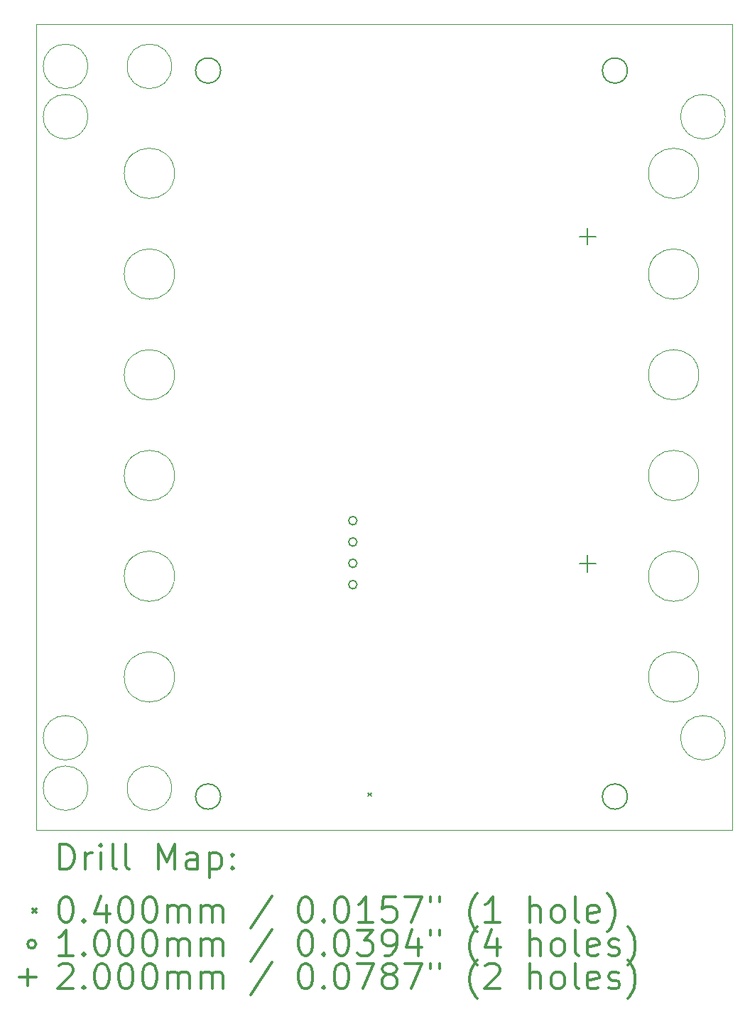
<source format=gbr>
%FSLAX45Y45*%
G04 Gerber Fmt 4.5, Leading zero omitted, Abs format (unit mm)*
G04 Created by KiCad (PCBNEW (5.1.10)-1) date 2022-03-31 21:06:19*
%MOMM*%
%LPD*%
G01*
G04 APERTURE LIST*
%TA.AperFunction,Profile*%
%ADD10C,0.050000*%
%TD*%
%TA.AperFunction,Profile*%
%ADD11C,0.150000*%
%TD*%
%ADD12C,0.200000*%
%ADD13C,0.300000*%
G04 APERTURE END LIST*
D10*
X16900000Y-6875000D02*
G75*
G03*
X16900000Y-6875000I-300000J0D01*
G01*
X16900000Y-8075000D02*
G75*
G03*
X16900000Y-8075000I-300000J0D01*
G01*
X16900000Y-9275000D02*
G75*
G03*
X16900000Y-9275000I-300000J0D01*
G01*
X16900000Y-10475000D02*
G75*
G03*
X16900000Y-10475000I-300000J0D01*
G01*
X16900000Y-11675000D02*
G75*
G03*
X16900000Y-11675000I-300000J0D01*
G01*
X16900000Y-12875000D02*
G75*
G03*
X16900000Y-12875000I-300000J0D01*
G01*
X10650000Y-6875000D02*
G75*
G03*
X10650000Y-6875000I-300000J0D01*
G01*
X10650000Y-8075000D02*
G75*
G03*
X10650000Y-8075000I-300000J0D01*
G01*
X10650000Y-9275000D02*
G75*
G03*
X10650000Y-9275000I-300000J0D01*
G01*
X10650000Y-10475000D02*
G75*
G03*
X10650000Y-10475000I-300000J0D01*
G01*
X10650000Y-11675000D02*
G75*
G03*
X10650000Y-11675000I-300000J0D01*
G01*
X10650000Y-12875000D02*
G75*
G03*
X10650000Y-12875000I-300000J0D01*
G01*
X17215000Y-13600000D02*
G75*
G03*
X17215000Y-13600000I-265000J0D01*
G01*
X17215000Y-6200000D02*
G75*
G03*
X17215000Y-6200000I-265000J0D01*
G01*
X10615000Y-5600000D02*
G75*
G03*
X10615000Y-5600000I-265000J0D01*
G01*
X9615000Y-5600000D02*
G75*
G03*
X9615000Y-5600000I-265000J0D01*
G01*
X9615000Y-6200000D02*
G75*
G03*
X9615000Y-6200000I-265000J0D01*
G01*
X10615000Y-14200000D02*
G75*
G03*
X10615000Y-14200000I-265000J0D01*
G01*
X9615000Y-14200000D02*
G75*
G03*
X9615000Y-14200000I-265000J0D01*
G01*
X9615000Y-13600000D02*
G75*
G03*
X9615000Y-13600000I-265000J0D01*
G01*
D11*
X11200000Y-14300000D02*
G75*
G03*
X11200000Y-14300000I-150000J0D01*
G01*
X16050000Y-14300000D02*
G75*
G03*
X16050000Y-14300000I-150000J0D01*
G01*
X16050000Y-5650000D02*
G75*
G03*
X16050000Y-5650000I-150000J0D01*
G01*
X11200000Y-5650000D02*
G75*
G03*
X11200000Y-5650000I-150000J0D01*
G01*
D10*
X9000000Y-14700000D02*
X17300000Y-14700000D01*
X9000000Y-5100000D02*
X9000000Y-14700000D01*
X17300000Y-5100000D02*
X9000000Y-5100000D01*
X17300000Y-5100000D02*
X17300000Y-14700000D01*
D12*
X12955000Y-14255000D02*
X12995000Y-14295000D01*
X12995000Y-14255000D02*
X12955000Y-14295000D01*
X12825000Y-11013000D02*
G75*
G03*
X12825000Y-11013000I-50000J0D01*
G01*
X12825000Y-11267000D02*
G75*
G03*
X12825000Y-11267000I-50000J0D01*
G01*
X12825000Y-11521000D02*
G75*
G03*
X12825000Y-11521000I-50000J0D01*
G01*
X12825000Y-11775000D02*
G75*
G03*
X12825000Y-11775000I-50000J0D01*
G01*
X15575000Y-7525000D02*
X15575000Y-7725000D01*
X15475000Y-7625000D02*
X15675000Y-7625000D01*
X15575000Y-11425000D02*
X15575000Y-11625000D01*
X15475000Y-11525000D02*
X15675000Y-11525000D01*
D13*
X9283928Y-15168214D02*
X9283928Y-14868214D01*
X9355357Y-14868214D01*
X9398214Y-14882500D01*
X9426786Y-14911071D01*
X9441071Y-14939643D01*
X9455357Y-14996786D01*
X9455357Y-15039643D01*
X9441071Y-15096786D01*
X9426786Y-15125357D01*
X9398214Y-15153929D01*
X9355357Y-15168214D01*
X9283928Y-15168214D01*
X9583928Y-15168214D02*
X9583928Y-14968214D01*
X9583928Y-15025357D02*
X9598214Y-14996786D01*
X9612500Y-14982500D01*
X9641071Y-14968214D01*
X9669643Y-14968214D01*
X9769643Y-15168214D02*
X9769643Y-14968214D01*
X9769643Y-14868214D02*
X9755357Y-14882500D01*
X9769643Y-14896786D01*
X9783928Y-14882500D01*
X9769643Y-14868214D01*
X9769643Y-14896786D01*
X9955357Y-15168214D02*
X9926786Y-15153929D01*
X9912500Y-15125357D01*
X9912500Y-14868214D01*
X10112500Y-15168214D02*
X10083928Y-15153929D01*
X10069643Y-15125357D01*
X10069643Y-14868214D01*
X10455357Y-15168214D02*
X10455357Y-14868214D01*
X10555357Y-15082500D01*
X10655357Y-14868214D01*
X10655357Y-15168214D01*
X10926786Y-15168214D02*
X10926786Y-15011071D01*
X10912500Y-14982500D01*
X10883928Y-14968214D01*
X10826786Y-14968214D01*
X10798214Y-14982500D01*
X10926786Y-15153929D02*
X10898214Y-15168214D01*
X10826786Y-15168214D01*
X10798214Y-15153929D01*
X10783928Y-15125357D01*
X10783928Y-15096786D01*
X10798214Y-15068214D01*
X10826786Y-15053929D01*
X10898214Y-15053929D01*
X10926786Y-15039643D01*
X11069643Y-14968214D02*
X11069643Y-15268214D01*
X11069643Y-14982500D02*
X11098214Y-14968214D01*
X11155357Y-14968214D01*
X11183928Y-14982500D01*
X11198214Y-14996786D01*
X11212500Y-15025357D01*
X11212500Y-15111071D01*
X11198214Y-15139643D01*
X11183928Y-15153929D01*
X11155357Y-15168214D01*
X11098214Y-15168214D01*
X11069643Y-15153929D01*
X11341071Y-15139643D02*
X11355357Y-15153929D01*
X11341071Y-15168214D01*
X11326786Y-15153929D01*
X11341071Y-15139643D01*
X11341071Y-15168214D01*
X11341071Y-14982500D02*
X11355357Y-14996786D01*
X11341071Y-15011071D01*
X11326786Y-14996786D01*
X11341071Y-14982500D01*
X11341071Y-15011071D01*
X8957500Y-15642500D02*
X8997500Y-15682500D01*
X8997500Y-15642500D02*
X8957500Y-15682500D01*
X9341071Y-15498214D02*
X9369643Y-15498214D01*
X9398214Y-15512500D01*
X9412500Y-15526786D01*
X9426786Y-15555357D01*
X9441071Y-15612500D01*
X9441071Y-15683929D01*
X9426786Y-15741071D01*
X9412500Y-15769643D01*
X9398214Y-15783929D01*
X9369643Y-15798214D01*
X9341071Y-15798214D01*
X9312500Y-15783929D01*
X9298214Y-15769643D01*
X9283928Y-15741071D01*
X9269643Y-15683929D01*
X9269643Y-15612500D01*
X9283928Y-15555357D01*
X9298214Y-15526786D01*
X9312500Y-15512500D01*
X9341071Y-15498214D01*
X9569643Y-15769643D02*
X9583928Y-15783929D01*
X9569643Y-15798214D01*
X9555357Y-15783929D01*
X9569643Y-15769643D01*
X9569643Y-15798214D01*
X9841071Y-15598214D02*
X9841071Y-15798214D01*
X9769643Y-15483929D02*
X9698214Y-15698214D01*
X9883928Y-15698214D01*
X10055357Y-15498214D02*
X10083928Y-15498214D01*
X10112500Y-15512500D01*
X10126786Y-15526786D01*
X10141071Y-15555357D01*
X10155357Y-15612500D01*
X10155357Y-15683929D01*
X10141071Y-15741071D01*
X10126786Y-15769643D01*
X10112500Y-15783929D01*
X10083928Y-15798214D01*
X10055357Y-15798214D01*
X10026786Y-15783929D01*
X10012500Y-15769643D01*
X9998214Y-15741071D01*
X9983928Y-15683929D01*
X9983928Y-15612500D01*
X9998214Y-15555357D01*
X10012500Y-15526786D01*
X10026786Y-15512500D01*
X10055357Y-15498214D01*
X10341071Y-15498214D02*
X10369643Y-15498214D01*
X10398214Y-15512500D01*
X10412500Y-15526786D01*
X10426786Y-15555357D01*
X10441071Y-15612500D01*
X10441071Y-15683929D01*
X10426786Y-15741071D01*
X10412500Y-15769643D01*
X10398214Y-15783929D01*
X10369643Y-15798214D01*
X10341071Y-15798214D01*
X10312500Y-15783929D01*
X10298214Y-15769643D01*
X10283928Y-15741071D01*
X10269643Y-15683929D01*
X10269643Y-15612500D01*
X10283928Y-15555357D01*
X10298214Y-15526786D01*
X10312500Y-15512500D01*
X10341071Y-15498214D01*
X10569643Y-15798214D02*
X10569643Y-15598214D01*
X10569643Y-15626786D02*
X10583928Y-15612500D01*
X10612500Y-15598214D01*
X10655357Y-15598214D01*
X10683928Y-15612500D01*
X10698214Y-15641071D01*
X10698214Y-15798214D01*
X10698214Y-15641071D02*
X10712500Y-15612500D01*
X10741071Y-15598214D01*
X10783928Y-15598214D01*
X10812500Y-15612500D01*
X10826786Y-15641071D01*
X10826786Y-15798214D01*
X10969643Y-15798214D02*
X10969643Y-15598214D01*
X10969643Y-15626786D02*
X10983928Y-15612500D01*
X11012500Y-15598214D01*
X11055357Y-15598214D01*
X11083928Y-15612500D01*
X11098214Y-15641071D01*
X11098214Y-15798214D01*
X11098214Y-15641071D02*
X11112500Y-15612500D01*
X11141071Y-15598214D01*
X11183928Y-15598214D01*
X11212500Y-15612500D01*
X11226786Y-15641071D01*
X11226786Y-15798214D01*
X11812500Y-15483929D02*
X11555357Y-15869643D01*
X12198214Y-15498214D02*
X12226786Y-15498214D01*
X12255357Y-15512500D01*
X12269643Y-15526786D01*
X12283928Y-15555357D01*
X12298214Y-15612500D01*
X12298214Y-15683929D01*
X12283928Y-15741071D01*
X12269643Y-15769643D01*
X12255357Y-15783929D01*
X12226786Y-15798214D01*
X12198214Y-15798214D01*
X12169643Y-15783929D01*
X12155357Y-15769643D01*
X12141071Y-15741071D01*
X12126786Y-15683929D01*
X12126786Y-15612500D01*
X12141071Y-15555357D01*
X12155357Y-15526786D01*
X12169643Y-15512500D01*
X12198214Y-15498214D01*
X12426786Y-15769643D02*
X12441071Y-15783929D01*
X12426786Y-15798214D01*
X12412500Y-15783929D01*
X12426786Y-15769643D01*
X12426786Y-15798214D01*
X12626786Y-15498214D02*
X12655357Y-15498214D01*
X12683928Y-15512500D01*
X12698214Y-15526786D01*
X12712500Y-15555357D01*
X12726786Y-15612500D01*
X12726786Y-15683929D01*
X12712500Y-15741071D01*
X12698214Y-15769643D01*
X12683928Y-15783929D01*
X12655357Y-15798214D01*
X12626786Y-15798214D01*
X12598214Y-15783929D01*
X12583928Y-15769643D01*
X12569643Y-15741071D01*
X12555357Y-15683929D01*
X12555357Y-15612500D01*
X12569643Y-15555357D01*
X12583928Y-15526786D01*
X12598214Y-15512500D01*
X12626786Y-15498214D01*
X13012500Y-15798214D02*
X12841071Y-15798214D01*
X12926786Y-15798214D02*
X12926786Y-15498214D01*
X12898214Y-15541071D01*
X12869643Y-15569643D01*
X12841071Y-15583929D01*
X13283928Y-15498214D02*
X13141071Y-15498214D01*
X13126786Y-15641071D01*
X13141071Y-15626786D01*
X13169643Y-15612500D01*
X13241071Y-15612500D01*
X13269643Y-15626786D01*
X13283928Y-15641071D01*
X13298214Y-15669643D01*
X13298214Y-15741071D01*
X13283928Y-15769643D01*
X13269643Y-15783929D01*
X13241071Y-15798214D01*
X13169643Y-15798214D01*
X13141071Y-15783929D01*
X13126786Y-15769643D01*
X13398214Y-15498214D02*
X13598214Y-15498214D01*
X13469643Y-15798214D01*
X13698214Y-15498214D02*
X13698214Y-15555357D01*
X13812500Y-15498214D02*
X13812500Y-15555357D01*
X14255357Y-15912500D02*
X14241071Y-15898214D01*
X14212500Y-15855357D01*
X14198214Y-15826786D01*
X14183928Y-15783929D01*
X14169643Y-15712500D01*
X14169643Y-15655357D01*
X14183928Y-15583929D01*
X14198214Y-15541071D01*
X14212500Y-15512500D01*
X14241071Y-15469643D01*
X14255357Y-15455357D01*
X14526786Y-15798214D02*
X14355357Y-15798214D01*
X14441071Y-15798214D02*
X14441071Y-15498214D01*
X14412500Y-15541071D01*
X14383928Y-15569643D01*
X14355357Y-15583929D01*
X14883928Y-15798214D02*
X14883928Y-15498214D01*
X15012500Y-15798214D02*
X15012500Y-15641071D01*
X14998214Y-15612500D01*
X14969643Y-15598214D01*
X14926786Y-15598214D01*
X14898214Y-15612500D01*
X14883928Y-15626786D01*
X15198214Y-15798214D02*
X15169643Y-15783929D01*
X15155357Y-15769643D01*
X15141071Y-15741071D01*
X15141071Y-15655357D01*
X15155357Y-15626786D01*
X15169643Y-15612500D01*
X15198214Y-15598214D01*
X15241071Y-15598214D01*
X15269643Y-15612500D01*
X15283928Y-15626786D01*
X15298214Y-15655357D01*
X15298214Y-15741071D01*
X15283928Y-15769643D01*
X15269643Y-15783929D01*
X15241071Y-15798214D01*
X15198214Y-15798214D01*
X15469643Y-15798214D02*
X15441071Y-15783929D01*
X15426786Y-15755357D01*
X15426786Y-15498214D01*
X15698214Y-15783929D02*
X15669643Y-15798214D01*
X15612500Y-15798214D01*
X15583928Y-15783929D01*
X15569643Y-15755357D01*
X15569643Y-15641071D01*
X15583928Y-15612500D01*
X15612500Y-15598214D01*
X15669643Y-15598214D01*
X15698214Y-15612500D01*
X15712500Y-15641071D01*
X15712500Y-15669643D01*
X15569643Y-15698214D01*
X15812500Y-15912500D02*
X15826786Y-15898214D01*
X15855357Y-15855357D01*
X15869643Y-15826786D01*
X15883928Y-15783929D01*
X15898214Y-15712500D01*
X15898214Y-15655357D01*
X15883928Y-15583929D01*
X15869643Y-15541071D01*
X15855357Y-15512500D01*
X15826786Y-15469643D01*
X15812500Y-15455357D01*
X8997500Y-16058500D02*
G75*
G03*
X8997500Y-16058500I-50000J0D01*
G01*
X9441071Y-16194214D02*
X9269643Y-16194214D01*
X9355357Y-16194214D02*
X9355357Y-15894214D01*
X9326786Y-15937071D01*
X9298214Y-15965643D01*
X9269643Y-15979929D01*
X9569643Y-16165643D02*
X9583928Y-16179929D01*
X9569643Y-16194214D01*
X9555357Y-16179929D01*
X9569643Y-16165643D01*
X9569643Y-16194214D01*
X9769643Y-15894214D02*
X9798214Y-15894214D01*
X9826786Y-15908500D01*
X9841071Y-15922786D01*
X9855357Y-15951357D01*
X9869643Y-16008500D01*
X9869643Y-16079929D01*
X9855357Y-16137071D01*
X9841071Y-16165643D01*
X9826786Y-16179929D01*
X9798214Y-16194214D01*
X9769643Y-16194214D01*
X9741071Y-16179929D01*
X9726786Y-16165643D01*
X9712500Y-16137071D01*
X9698214Y-16079929D01*
X9698214Y-16008500D01*
X9712500Y-15951357D01*
X9726786Y-15922786D01*
X9741071Y-15908500D01*
X9769643Y-15894214D01*
X10055357Y-15894214D02*
X10083928Y-15894214D01*
X10112500Y-15908500D01*
X10126786Y-15922786D01*
X10141071Y-15951357D01*
X10155357Y-16008500D01*
X10155357Y-16079929D01*
X10141071Y-16137071D01*
X10126786Y-16165643D01*
X10112500Y-16179929D01*
X10083928Y-16194214D01*
X10055357Y-16194214D01*
X10026786Y-16179929D01*
X10012500Y-16165643D01*
X9998214Y-16137071D01*
X9983928Y-16079929D01*
X9983928Y-16008500D01*
X9998214Y-15951357D01*
X10012500Y-15922786D01*
X10026786Y-15908500D01*
X10055357Y-15894214D01*
X10341071Y-15894214D02*
X10369643Y-15894214D01*
X10398214Y-15908500D01*
X10412500Y-15922786D01*
X10426786Y-15951357D01*
X10441071Y-16008500D01*
X10441071Y-16079929D01*
X10426786Y-16137071D01*
X10412500Y-16165643D01*
X10398214Y-16179929D01*
X10369643Y-16194214D01*
X10341071Y-16194214D01*
X10312500Y-16179929D01*
X10298214Y-16165643D01*
X10283928Y-16137071D01*
X10269643Y-16079929D01*
X10269643Y-16008500D01*
X10283928Y-15951357D01*
X10298214Y-15922786D01*
X10312500Y-15908500D01*
X10341071Y-15894214D01*
X10569643Y-16194214D02*
X10569643Y-15994214D01*
X10569643Y-16022786D02*
X10583928Y-16008500D01*
X10612500Y-15994214D01*
X10655357Y-15994214D01*
X10683928Y-16008500D01*
X10698214Y-16037071D01*
X10698214Y-16194214D01*
X10698214Y-16037071D02*
X10712500Y-16008500D01*
X10741071Y-15994214D01*
X10783928Y-15994214D01*
X10812500Y-16008500D01*
X10826786Y-16037071D01*
X10826786Y-16194214D01*
X10969643Y-16194214D02*
X10969643Y-15994214D01*
X10969643Y-16022786D02*
X10983928Y-16008500D01*
X11012500Y-15994214D01*
X11055357Y-15994214D01*
X11083928Y-16008500D01*
X11098214Y-16037071D01*
X11098214Y-16194214D01*
X11098214Y-16037071D02*
X11112500Y-16008500D01*
X11141071Y-15994214D01*
X11183928Y-15994214D01*
X11212500Y-16008500D01*
X11226786Y-16037071D01*
X11226786Y-16194214D01*
X11812500Y-15879929D02*
X11555357Y-16265643D01*
X12198214Y-15894214D02*
X12226786Y-15894214D01*
X12255357Y-15908500D01*
X12269643Y-15922786D01*
X12283928Y-15951357D01*
X12298214Y-16008500D01*
X12298214Y-16079929D01*
X12283928Y-16137071D01*
X12269643Y-16165643D01*
X12255357Y-16179929D01*
X12226786Y-16194214D01*
X12198214Y-16194214D01*
X12169643Y-16179929D01*
X12155357Y-16165643D01*
X12141071Y-16137071D01*
X12126786Y-16079929D01*
X12126786Y-16008500D01*
X12141071Y-15951357D01*
X12155357Y-15922786D01*
X12169643Y-15908500D01*
X12198214Y-15894214D01*
X12426786Y-16165643D02*
X12441071Y-16179929D01*
X12426786Y-16194214D01*
X12412500Y-16179929D01*
X12426786Y-16165643D01*
X12426786Y-16194214D01*
X12626786Y-15894214D02*
X12655357Y-15894214D01*
X12683928Y-15908500D01*
X12698214Y-15922786D01*
X12712500Y-15951357D01*
X12726786Y-16008500D01*
X12726786Y-16079929D01*
X12712500Y-16137071D01*
X12698214Y-16165643D01*
X12683928Y-16179929D01*
X12655357Y-16194214D01*
X12626786Y-16194214D01*
X12598214Y-16179929D01*
X12583928Y-16165643D01*
X12569643Y-16137071D01*
X12555357Y-16079929D01*
X12555357Y-16008500D01*
X12569643Y-15951357D01*
X12583928Y-15922786D01*
X12598214Y-15908500D01*
X12626786Y-15894214D01*
X12826786Y-15894214D02*
X13012500Y-15894214D01*
X12912500Y-16008500D01*
X12955357Y-16008500D01*
X12983928Y-16022786D01*
X12998214Y-16037071D01*
X13012500Y-16065643D01*
X13012500Y-16137071D01*
X12998214Y-16165643D01*
X12983928Y-16179929D01*
X12955357Y-16194214D01*
X12869643Y-16194214D01*
X12841071Y-16179929D01*
X12826786Y-16165643D01*
X13155357Y-16194214D02*
X13212500Y-16194214D01*
X13241071Y-16179929D01*
X13255357Y-16165643D01*
X13283928Y-16122786D01*
X13298214Y-16065643D01*
X13298214Y-15951357D01*
X13283928Y-15922786D01*
X13269643Y-15908500D01*
X13241071Y-15894214D01*
X13183928Y-15894214D01*
X13155357Y-15908500D01*
X13141071Y-15922786D01*
X13126786Y-15951357D01*
X13126786Y-16022786D01*
X13141071Y-16051357D01*
X13155357Y-16065643D01*
X13183928Y-16079929D01*
X13241071Y-16079929D01*
X13269643Y-16065643D01*
X13283928Y-16051357D01*
X13298214Y-16022786D01*
X13555357Y-15994214D02*
X13555357Y-16194214D01*
X13483928Y-15879929D02*
X13412500Y-16094214D01*
X13598214Y-16094214D01*
X13698214Y-15894214D02*
X13698214Y-15951357D01*
X13812500Y-15894214D02*
X13812500Y-15951357D01*
X14255357Y-16308500D02*
X14241071Y-16294214D01*
X14212500Y-16251357D01*
X14198214Y-16222786D01*
X14183928Y-16179929D01*
X14169643Y-16108500D01*
X14169643Y-16051357D01*
X14183928Y-15979929D01*
X14198214Y-15937071D01*
X14212500Y-15908500D01*
X14241071Y-15865643D01*
X14255357Y-15851357D01*
X14498214Y-15994214D02*
X14498214Y-16194214D01*
X14426786Y-15879929D02*
X14355357Y-16094214D01*
X14541071Y-16094214D01*
X14883928Y-16194214D02*
X14883928Y-15894214D01*
X15012500Y-16194214D02*
X15012500Y-16037071D01*
X14998214Y-16008500D01*
X14969643Y-15994214D01*
X14926786Y-15994214D01*
X14898214Y-16008500D01*
X14883928Y-16022786D01*
X15198214Y-16194214D02*
X15169643Y-16179929D01*
X15155357Y-16165643D01*
X15141071Y-16137071D01*
X15141071Y-16051357D01*
X15155357Y-16022786D01*
X15169643Y-16008500D01*
X15198214Y-15994214D01*
X15241071Y-15994214D01*
X15269643Y-16008500D01*
X15283928Y-16022786D01*
X15298214Y-16051357D01*
X15298214Y-16137071D01*
X15283928Y-16165643D01*
X15269643Y-16179929D01*
X15241071Y-16194214D01*
X15198214Y-16194214D01*
X15469643Y-16194214D02*
X15441071Y-16179929D01*
X15426786Y-16151357D01*
X15426786Y-15894214D01*
X15698214Y-16179929D02*
X15669643Y-16194214D01*
X15612500Y-16194214D01*
X15583928Y-16179929D01*
X15569643Y-16151357D01*
X15569643Y-16037071D01*
X15583928Y-16008500D01*
X15612500Y-15994214D01*
X15669643Y-15994214D01*
X15698214Y-16008500D01*
X15712500Y-16037071D01*
X15712500Y-16065643D01*
X15569643Y-16094214D01*
X15826786Y-16179929D02*
X15855357Y-16194214D01*
X15912500Y-16194214D01*
X15941071Y-16179929D01*
X15955357Y-16151357D01*
X15955357Y-16137071D01*
X15941071Y-16108500D01*
X15912500Y-16094214D01*
X15869643Y-16094214D01*
X15841071Y-16079929D01*
X15826786Y-16051357D01*
X15826786Y-16037071D01*
X15841071Y-16008500D01*
X15869643Y-15994214D01*
X15912500Y-15994214D01*
X15941071Y-16008500D01*
X16055357Y-16308500D02*
X16069643Y-16294214D01*
X16098214Y-16251357D01*
X16112500Y-16222786D01*
X16126786Y-16179929D01*
X16141071Y-16108500D01*
X16141071Y-16051357D01*
X16126786Y-15979929D01*
X16112500Y-15937071D01*
X16098214Y-15908500D01*
X16069643Y-15865643D01*
X16055357Y-15851357D01*
X8897500Y-16354500D02*
X8897500Y-16554500D01*
X8797500Y-16454500D02*
X8997500Y-16454500D01*
X9269643Y-16318786D02*
X9283928Y-16304500D01*
X9312500Y-16290214D01*
X9383928Y-16290214D01*
X9412500Y-16304500D01*
X9426786Y-16318786D01*
X9441071Y-16347357D01*
X9441071Y-16375929D01*
X9426786Y-16418786D01*
X9255357Y-16590214D01*
X9441071Y-16590214D01*
X9569643Y-16561643D02*
X9583928Y-16575929D01*
X9569643Y-16590214D01*
X9555357Y-16575929D01*
X9569643Y-16561643D01*
X9569643Y-16590214D01*
X9769643Y-16290214D02*
X9798214Y-16290214D01*
X9826786Y-16304500D01*
X9841071Y-16318786D01*
X9855357Y-16347357D01*
X9869643Y-16404500D01*
X9869643Y-16475929D01*
X9855357Y-16533071D01*
X9841071Y-16561643D01*
X9826786Y-16575929D01*
X9798214Y-16590214D01*
X9769643Y-16590214D01*
X9741071Y-16575929D01*
X9726786Y-16561643D01*
X9712500Y-16533071D01*
X9698214Y-16475929D01*
X9698214Y-16404500D01*
X9712500Y-16347357D01*
X9726786Y-16318786D01*
X9741071Y-16304500D01*
X9769643Y-16290214D01*
X10055357Y-16290214D02*
X10083928Y-16290214D01*
X10112500Y-16304500D01*
X10126786Y-16318786D01*
X10141071Y-16347357D01*
X10155357Y-16404500D01*
X10155357Y-16475929D01*
X10141071Y-16533071D01*
X10126786Y-16561643D01*
X10112500Y-16575929D01*
X10083928Y-16590214D01*
X10055357Y-16590214D01*
X10026786Y-16575929D01*
X10012500Y-16561643D01*
X9998214Y-16533071D01*
X9983928Y-16475929D01*
X9983928Y-16404500D01*
X9998214Y-16347357D01*
X10012500Y-16318786D01*
X10026786Y-16304500D01*
X10055357Y-16290214D01*
X10341071Y-16290214D02*
X10369643Y-16290214D01*
X10398214Y-16304500D01*
X10412500Y-16318786D01*
X10426786Y-16347357D01*
X10441071Y-16404500D01*
X10441071Y-16475929D01*
X10426786Y-16533071D01*
X10412500Y-16561643D01*
X10398214Y-16575929D01*
X10369643Y-16590214D01*
X10341071Y-16590214D01*
X10312500Y-16575929D01*
X10298214Y-16561643D01*
X10283928Y-16533071D01*
X10269643Y-16475929D01*
X10269643Y-16404500D01*
X10283928Y-16347357D01*
X10298214Y-16318786D01*
X10312500Y-16304500D01*
X10341071Y-16290214D01*
X10569643Y-16590214D02*
X10569643Y-16390214D01*
X10569643Y-16418786D02*
X10583928Y-16404500D01*
X10612500Y-16390214D01*
X10655357Y-16390214D01*
X10683928Y-16404500D01*
X10698214Y-16433071D01*
X10698214Y-16590214D01*
X10698214Y-16433071D02*
X10712500Y-16404500D01*
X10741071Y-16390214D01*
X10783928Y-16390214D01*
X10812500Y-16404500D01*
X10826786Y-16433071D01*
X10826786Y-16590214D01*
X10969643Y-16590214D02*
X10969643Y-16390214D01*
X10969643Y-16418786D02*
X10983928Y-16404500D01*
X11012500Y-16390214D01*
X11055357Y-16390214D01*
X11083928Y-16404500D01*
X11098214Y-16433071D01*
X11098214Y-16590214D01*
X11098214Y-16433071D02*
X11112500Y-16404500D01*
X11141071Y-16390214D01*
X11183928Y-16390214D01*
X11212500Y-16404500D01*
X11226786Y-16433071D01*
X11226786Y-16590214D01*
X11812500Y-16275929D02*
X11555357Y-16661643D01*
X12198214Y-16290214D02*
X12226786Y-16290214D01*
X12255357Y-16304500D01*
X12269643Y-16318786D01*
X12283928Y-16347357D01*
X12298214Y-16404500D01*
X12298214Y-16475929D01*
X12283928Y-16533071D01*
X12269643Y-16561643D01*
X12255357Y-16575929D01*
X12226786Y-16590214D01*
X12198214Y-16590214D01*
X12169643Y-16575929D01*
X12155357Y-16561643D01*
X12141071Y-16533071D01*
X12126786Y-16475929D01*
X12126786Y-16404500D01*
X12141071Y-16347357D01*
X12155357Y-16318786D01*
X12169643Y-16304500D01*
X12198214Y-16290214D01*
X12426786Y-16561643D02*
X12441071Y-16575929D01*
X12426786Y-16590214D01*
X12412500Y-16575929D01*
X12426786Y-16561643D01*
X12426786Y-16590214D01*
X12626786Y-16290214D02*
X12655357Y-16290214D01*
X12683928Y-16304500D01*
X12698214Y-16318786D01*
X12712500Y-16347357D01*
X12726786Y-16404500D01*
X12726786Y-16475929D01*
X12712500Y-16533071D01*
X12698214Y-16561643D01*
X12683928Y-16575929D01*
X12655357Y-16590214D01*
X12626786Y-16590214D01*
X12598214Y-16575929D01*
X12583928Y-16561643D01*
X12569643Y-16533071D01*
X12555357Y-16475929D01*
X12555357Y-16404500D01*
X12569643Y-16347357D01*
X12583928Y-16318786D01*
X12598214Y-16304500D01*
X12626786Y-16290214D01*
X12826786Y-16290214D02*
X13026786Y-16290214D01*
X12898214Y-16590214D01*
X13183928Y-16418786D02*
X13155357Y-16404500D01*
X13141071Y-16390214D01*
X13126786Y-16361643D01*
X13126786Y-16347357D01*
X13141071Y-16318786D01*
X13155357Y-16304500D01*
X13183928Y-16290214D01*
X13241071Y-16290214D01*
X13269643Y-16304500D01*
X13283928Y-16318786D01*
X13298214Y-16347357D01*
X13298214Y-16361643D01*
X13283928Y-16390214D01*
X13269643Y-16404500D01*
X13241071Y-16418786D01*
X13183928Y-16418786D01*
X13155357Y-16433071D01*
X13141071Y-16447357D01*
X13126786Y-16475929D01*
X13126786Y-16533071D01*
X13141071Y-16561643D01*
X13155357Y-16575929D01*
X13183928Y-16590214D01*
X13241071Y-16590214D01*
X13269643Y-16575929D01*
X13283928Y-16561643D01*
X13298214Y-16533071D01*
X13298214Y-16475929D01*
X13283928Y-16447357D01*
X13269643Y-16433071D01*
X13241071Y-16418786D01*
X13398214Y-16290214D02*
X13598214Y-16290214D01*
X13469643Y-16590214D01*
X13698214Y-16290214D02*
X13698214Y-16347357D01*
X13812500Y-16290214D02*
X13812500Y-16347357D01*
X14255357Y-16704500D02*
X14241071Y-16690214D01*
X14212500Y-16647357D01*
X14198214Y-16618786D01*
X14183928Y-16575929D01*
X14169643Y-16504500D01*
X14169643Y-16447357D01*
X14183928Y-16375929D01*
X14198214Y-16333071D01*
X14212500Y-16304500D01*
X14241071Y-16261643D01*
X14255357Y-16247357D01*
X14355357Y-16318786D02*
X14369643Y-16304500D01*
X14398214Y-16290214D01*
X14469643Y-16290214D01*
X14498214Y-16304500D01*
X14512500Y-16318786D01*
X14526786Y-16347357D01*
X14526786Y-16375929D01*
X14512500Y-16418786D01*
X14341071Y-16590214D01*
X14526786Y-16590214D01*
X14883928Y-16590214D02*
X14883928Y-16290214D01*
X15012500Y-16590214D02*
X15012500Y-16433071D01*
X14998214Y-16404500D01*
X14969643Y-16390214D01*
X14926786Y-16390214D01*
X14898214Y-16404500D01*
X14883928Y-16418786D01*
X15198214Y-16590214D02*
X15169643Y-16575929D01*
X15155357Y-16561643D01*
X15141071Y-16533071D01*
X15141071Y-16447357D01*
X15155357Y-16418786D01*
X15169643Y-16404500D01*
X15198214Y-16390214D01*
X15241071Y-16390214D01*
X15269643Y-16404500D01*
X15283928Y-16418786D01*
X15298214Y-16447357D01*
X15298214Y-16533071D01*
X15283928Y-16561643D01*
X15269643Y-16575929D01*
X15241071Y-16590214D01*
X15198214Y-16590214D01*
X15469643Y-16590214D02*
X15441071Y-16575929D01*
X15426786Y-16547357D01*
X15426786Y-16290214D01*
X15698214Y-16575929D02*
X15669643Y-16590214D01*
X15612500Y-16590214D01*
X15583928Y-16575929D01*
X15569643Y-16547357D01*
X15569643Y-16433071D01*
X15583928Y-16404500D01*
X15612500Y-16390214D01*
X15669643Y-16390214D01*
X15698214Y-16404500D01*
X15712500Y-16433071D01*
X15712500Y-16461643D01*
X15569643Y-16490214D01*
X15826786Y-16575929D02*
X15855357Y-16590214D01*
X15912500Y-16590214D01*
X15941071Y-16575929D01*
X15955357Y-16547357D01*
X15955357Y-16533071D01*
X15941071Y-16504500D01*
X15912500Y-16490214D01*
X15869643Y-16490214D01*
X15841071Y-16475929D01*
X15826786Y-16447357D01*
X15826786Y-16433071D01*
X15841071Y-16404500D01*
X15869643Y-16390214D01*
X15912500Y-16390214D01*
X15941071Y-16404500D01*
X16055357Y-16704500D02*
X16069643Y-16690214D01*
X16098214Y-16647357D01*
X16112500Y-16618786D01*
X16126786Y-16575929D01*
X16141071Y-16504500D01*
X16141071Y-16447357D01*
X16126786Y-16375929D01*
X16112500Y-16333071D01*
X16098214Y-16304500D01*
X16069643Y-16261643D01*
X16055357Y-16247357D01*
M02*

</source>
